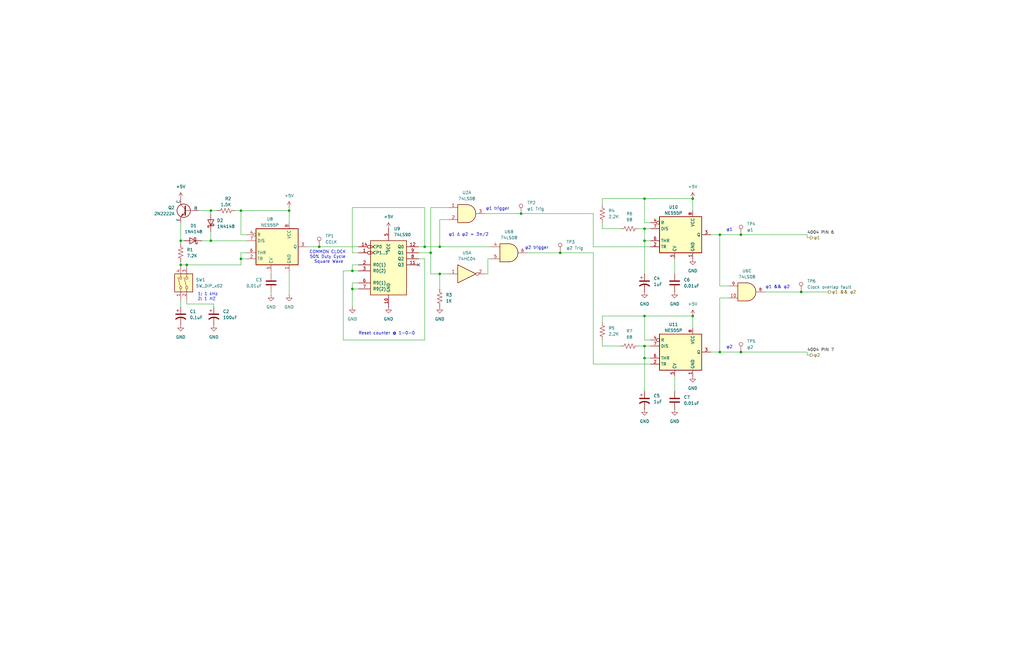
<source format=kicad_sch>
(kicad_sch (version 20231120) (generator "eeschema") (generator_version "8.0")
  (paper "B")
  (lib_symbols
    (symbol "74xx:74HC04"
      (property "Reference" "U" (at 0 1.27 0))
      (property "Value" "74HC04" (at 0 -1.27 0))
      (symbol "74HC04_1_0"
        (polyline (pts (xy -3.81 3.81) (xy -3.81 -3.81) (xy 3.81 0) (xy -3.81 3.81)) (stroke (width 0.254)) (fill (type background)))
        (pin input line (at -7.62 0 0) (length 3.81) (name "~") (number "1"))
        (pin output inverted (at 7.62 0 180) (length 3.81) (name "~") (number "2"))
      )
      (symbol "74HC04_2_0"
        (polyline (pts (xy -3.81 3.81) (xy -3.81 -3.81) (xy 3.81 0) (xy -3.81 3.81)) (stroke (width 0.254)) (fill (type background)))
        (pin input line (at -7.62 0 0) (length 3.81) (name "~") (number "3"))
        (pin output inverted (at 7.62 0 180) (length 3.81) (name "~") (number "4"))
      )
      (symbol "74HC04_3_0"
        (polyline (pts (xy -3.81 3.81) (xy -3.81 -3.81) (xy 3.81 0) (xy -3.81 3.81)) (stroke (width 0.254)) (fill (type background)))
        (pin input line (at -7.62 0 0) (length 3.81) (name "~") (number "5"))
        (pin output inverted (at 7.62 0 180) (length 3.81) (name "~") (number "6"))
      )
      (symbol "74HC04_4_0"
        (polyline (pts (xy -3.81 3.81) (xy -3.81 -3.81) (xy 3.81 0) (xy -3.81 3.81)) (stroke (width 0.254)) (fill (type background)))
        (pin output inverted (at 7.62 0 180) (length 3.81) (name "~") (number "8"))
        (pin input line (at -7.62 0 0) (length 3.81) (name "~") (number "9"))
      )
      (symbol "74HC04_5_0"
        (polyline (pts (xy -3.81 3.81) (xy -3.81 -3.81) (xy 3.81 0) (xy -3.81 3.81)) (stroke (width 0.254)) (fill (type background)))
        (pin output inverted (at 7.62 0 180) (length 3.81) (name "~") (number "10"))
        (pin input line (at -7.62 0 0) (length 3.81) (name "~") (number "11"))
      )
      (symbol "74HC04_6_0"
        (polyline (pts (xy -3.81 3.81) (xy -3.81 -3.81) (xy 3.81 0) (xy -3.81 3.81)) (stroke (width 0.254)) (fill (type background)))
        (pin output inverted (at 7.62 0 180) (length 3.81) (name "~") (number "12"))
        (pin input line (at -7.62 0 0) (length 3.81) (name "~") (number "13"))
      )
      (symbol "74HC04_7_0"
        (pin power_in line (at 0 12.7 270) (length 5.08) (name "VCC") (number "14"))
        (pin power_in line (at 0 -12.7 90) (length 5.08) (name "GND") (number "7"))
      )
      (symbol "74HC04_7_1"
        (rectangle (start -5.08 7.62) (end 5.08 -7.62) (stroke (width 0.254)) (fill (type background)))
      )
    )
    (symbol "74xx:74LS08" (pin_names (offset 1.016))
      (property "Reference" "U" (at 0 1.27 0))
      (property "Value" "74LS08" (at 0 -1.27 0))
      (symbol "74LS08_1_1"
        (arc (start 0 -3.81) (mid 3.7934 0) (end 0 3.81) (stroke (width 0.254)) (fill (type background)))
        (polyline (pts (xy 0 3.81) (xy -3.81 3.81) (xy -3.81 -3.81) (xy 0 -3.81)) (stroke (width 0.254)) (fill (type background)))
        (pin input line (at -7.62 2.54 0) (length 3.81) (name "~") (number "1"))
        (pin input line (at -7.62 -2.54 0) (length 3.81) (name "~") (number "2"))
        (pin output line (at 7.62 0 180) (length 3.81) (name "~") (number "3"))
      )
      (symbol "74LS08_1_2"
        (arc (start -3.81 -3.81) (mid -2.589 0) (end -3.81 3.81) (stroke (width 0.254)))
        (arc (start -0.6096 -3.81) (mid 2.1842 -2.5851) (end 3.81 0) (stroke (width 0.254)) (fill (type background)))
        (polyline (pts (xy -3.81 -3.81) (xy -0.635 -3.81)) (stroke (width 0.254)) (fill (type background)))
        (polyline (pts (xy -3.81 3.81) (xy -0.635 3.81)) (stroke (width 0.254)) (fill (type background)))
        (polyline (pts (xy -0.635 3.81) (xy -3.81 3.81) (xy -3.81 3.81) (xy -3.556 3.4036) (xy -3.0226 2.2606) (xy -2.6924 1.0414) (xy -2.6162 -0.254) (xy -2.7686 -1.4986) (xy -3.175 -2.7178) (xy -3.81 -3.81) (xy -3.81 -3.81) (xy -0.635 -3.81)) (stroke (width -25.4)) (fill (type background)))
        (arc (start 3.81 0) (mid 2.1915 2.5936) (end -0.6096 3.81) (stroke (width 0.254)) (fill (type background)))
        (pin input inverted (at -7.62 2.54 0) (length 4.318) (name "~") (number "1"))
        (pin input inverted (at -7.62 -2.54 0) (length 4.318) (name "~") (number "2"))
        (pin output inverted (at 7.62 0 180) (length 3.81) (name "~") (number "3"))
      )
      (symbol "74LS08_2_1"
        (arc (start 0 -3.81) (mid 3.7934 0) (end 0 3.81) (stroke (width 0.254)) (fill (type background)))
        (polyline (pts (xy 0 3.81) (xy -3.81 3.81) (xy -3.81 -3.81) (xy 0 -3.81)) (stroke (width 0.254)) (fill (type background)))
        (pin input line (at -7.62 2.54 0) (length 3.81) (name "~") (number "4"))
        (pin input line (at -7.62 -2.54 0) (length 3.81) (name "~") (number "5"))
        (pin output line (at 7.62 0 180) (length 3.81) (name "~") (number "6"))
      )
      (symbol "74LS08_2_2"
        (arc (start -3.81 -3.81) (mid -2.589 0) (end -3.81 3.81) (stroke (width 0.254)))
        (arc (start -0.6096 -3.81) (mid 2.1842 -2.5851) (end 3.81 0) (stroke (width 0.254)) (fill (type background)))
        (polyline (pts (xy -3.81 -3.81) (xy -0.635 -3.81)) (stroke (width 0.254)) (fill (type background)))
        (polyline (pts (xy -3.81 3.81) (xy -0.635 3.81)) (stroke (width 0.254)) (fill (type background)))
        (polyline (pts (xy -0.635 3.81) (xy -3.81 3.81) (xy -3.81 3.81) (xy -3.556 3.4036) (xy -3.0226 2.2606) (xy -2.6924 1.0414) (xy -2.6162 -0.254) (xy -2.7686 -1.4986) (xy -3.175 -2.7178) (xy -3.81 -3.81) (xy -3.81 -3.81) (xy -0.635 -3.81)) (stroke (width -25.4)) (fill (type background)))
        (arc (start 3.81 0) (mid 2.1915 2.5936) (end -0.6096 3.81) (stroke (width 0.254)) (fill (type background)))
        (pin input inverted (at -7.62 2.54 0) (length 4.318) (name "~") (number "4"))
        (pin input inverted (at -7.62 -2.54 0) (length 4.318) (name "~") (number "5"))
        (pin output inverted (at 7.62 0 180) (length 3.81) (name "~") (number "6"))
      )
      (symbol "74LS08_3_1"
        (arc (start 0 -3.81) (mid 3.7934 0) (end 0 3.81) (stroke (width 0.254)) (fill (type background)))
        (polyline (pts (xy 0 3.81) (xy -3.81 3.81) (xy -3.81 -3.81) (xy 0 -3.81)) (stroke (width 0.254)) (fill (type background)))
        (pin input line (at -7.62 -2.54 0) (length 3.81) (name "~") (number "10"))
        (pin output line (at 7.62 0 180) (length 3.81) (name "~") (number "8"))
        (pin input line (at -7.62 2.54 0) (length 3.81) (name "~") (number "9"))
      )
      (symbol "74LS08_3_2"
        (arc (start -3.81 -3.81) (mid -2.589 0) (end -3.81 3.81) (stroke (width 0.254)))
        (arc (start -0.6096 -3.81) (mid 2.1842 -2.5851) (end 3.81 0) (stroke (width 0.254)) (fill (type background)))
        (polyline (pts (xy -3.81 -3.81) (xy -0.635 -3.81)) (stroke (width 0.254)) (fill (type background)))
        (polyline (pts (xy -3.81 3.81) (xy -0.635 3.81)) (stroke (width 0.254)) (fill (type background)))
        (polyline (pts (xy -0.635 3.81) (xy -3.81 3.81) (xy -3.81 3.81) (xy -3.556 3.4036) (xy -3.0226 2.2606) (xy -2.6924 1.0414) (xy -2.6162 -0.254) (xy -2.7686 -1.4986) (xy -3.175 -2.7178) (xy -3.81 -3.81) (xy -3.81 -3.81) (xy -0.635 -3.81)) (stroke (width -25.4)) (fill (type background)))
        (arc (start 3.81 0) (mid 2.1915 2.5936) (end -0.6096 3.81) (stroke (width 0.254)) (fill (type background)))
        (pin input inverted (at -7.62 -2.54 0) (length 4.318) (name "~") (number "10"))
        (pin output inverted (at 7.62 0 180) (length 3.81) (name "~") (number "8"))
        (pin input inverted (at -7.62 2.54 0) (length 4.318) (name "~") (number "9"))
      )
      (symbol "74LS08_4_1"
        (arc (start 0 -3.81) (mid 3.7934 0) (end 0 3.81) (stroke (width 0.254)) (fill (type background)))
        (polyline (pts (xy 0 3.81) (xy -3.81 3.81) (xy -3.81 -3.81) (xy 0 -3.81)) (stroke (width 0.254)) (fill (type background)))
        (pin output line (at 7.62 0 180) (length 3.81) (name "~") (number "11"))
        (pin input line (at -7.62 2.54 0) (length 3.81) (name "~") (number "12"))
        (pin input line (at -7.62 -2.54 0) (length 3.81) (name "~") (number "13"))
      )
      (symbol "74LS08_4_2"
        (arc (start -3.81 -3.81) (mid -2.589 0) (end -3.81 3.81) (stroke (width 0.254)))
        (arc (start -0.6096 -3.81) (mid 2.1842 -2.5851) (end 3.81 0) (stroke (width 0.254)) (fill (type background)))
        (polyline (pts (xy -3.81 -3.81) (xy -0.635 -3.81)) (stroke (width 0.254)) (fill (type background)))
        (polyline (pts (xy -3.81 3.81) (xy -0.635 3.81)) (stroke (width 0.254)) (fill (type background)))
        (polyline (pts (xy -0.635 3.81) (xy -3.81 3.81) (xy -3.81 3.81) (xy -3.556 3.4036) (xy -3.0226 2.2606) (xy -2.6924 1.0414) (xy -2.6162 -0.254) (xy -2.7686 -1.4986) (xy -3.175 -2.7178) (xy -3.81 -3.81) (xy -3.81 -3.81) (xy -0.635 -3.81)) (stroke (width -25.4)) (fill (type background)))
        (arc (start 3.81 0) (mid 2.1915 2.5936) (end -0.6096 3.81) (stroke (width 0.254)) (fill (type background)))
        (pin output inverted (at 7.62 0 180) (length 3.81) (name "~") (number "11"))
        (pin input inverted (at -7.62 2.54 0) (length 4.318) (name "~") (number "12"))
        (pin input inverted (at -7.62 -2.54 0) (length 4.318) (name "~") (number "13"))
      )
      (symbol "74LS08_5_0"
        (pin power_in line (at 0 12.7 270) (length 5.08) (name "VCC") (number "14"))
        (pin power_in line (at 0 -12.7 90) (length 5.08) (name "GND") (number "7"))
      )
      (symbol "74LS08_5_1"
        (rectangle (start -5.08 7.62) (end 5.08 -7.62) (stroke (width 0.254)) (fill (type background)))
      )
    )
    (symbol "74xx:74LS90" (pin_names (offset 1.016))
      (property "Reference" "U" (at -7.62 11.43 0))
      (property "Value" "74LS90" (at -7.62 -13.97 0))
      (symbol "74LS90_1_0"
        (pin input inverted_clock (at -12.7 5.08 0) (length 5.08) (name "CP1..3") (number "1"))
        (pin power_in line (at 0 -17.78 90) (length 5.08) (name "GND") (number "10"))
        (pin output line (at 12.7 0 180) (length 5.08) (name "Q3") (number "11"))
        (pin output line (at 12.7 7.62 180) (length 5.08) (name "Q0") (number "12"))
        (pin input inverted_clock (at -12.7 7.62 0) (length 5.08) (name "CP0") (number "14"))
        (pin input line (at -12.7 0 0) (length 5.08) (name "R0(1)") (number "2"))
        (pin input line (at -12.7 -2.54 0) (length 5.08) (name "R0(2)") (number "3"))
        (pin power_in line (at 0 15.24 270) (length 5.08) (name "VCC") (number "5"))
        (pin input line (at -12.7 -7.62 0) (length 5.08) (name "R9(1)") (number "6"))
        (pin input line (at -12.7 -10.16 0) (length 5.08) (name "R9(2)") (number "7"))
        (pin output line (at 12.7 2.54 180) (length 5.08) (name "Q2") (number "8"))
        (pin output line (at 12.7 5.08 180) (length 5.08) (name "Q1") (number "9"))
      )
      (symbol "74LS90_1_1"
        (rectangle (start -7.62 10.16) (end 7.62 -12.7) (stroke (width 0.254)) (fill (type background)))
      )
    )
    (symbol "Connector:TestPoint" (pin_numbers hide) (pin_names (offset 0.762) hide)
      (property "Reference" "TP" (at 0 6.858 0))
      (property "Value" "TestPoint" (at 0 5.08 0))
      (symbol "TestPoint_0_1"
        (circle (center 0 3.302) (radius 0.762))
      )
      (symbol "TestPoint_1_1"
        (pin passive line (at 0 0 90) (length 2.54) (name "1") (number "1"))
      )
    )
    (symbol "CourseyLib:NE555P (ASTABLE)"
      (property "Reference" "U" (at -10.16 8.89 0))
      (property "Value" "NE555P" (at 2.54 8.89 0))
      (symbol "NE555P (ASTABLE)_0_0"
        (pin power_in line (at 5.08 -10.16 90) (length 2.54) (name "GND") (number "1"))
        (pin power_in line (at 5.08 10.16 270) (length 2.54) (name "VCC") (number "8"))
      )
      (symbol "NE555P (ASTABLE)_0_1"
        (rectangle (start -8.89 -7.62) (end 8.89 7.62) (stroke (width 0.254)) (fill (type background)))
        (rectangle (start -8.89 -7.62) (end 8.89 7.62) (stroke (width 0.254)) (fill (type background)))
      )
      (symbol "NE555P (ASTABLE)_1_1"
        (pin input line (at -12.7 -5.08 0) (length 3.81) (name "TR") (number "2"))
        (pin output line (at 12.7 0 180) (length 3.81) (name "Q") (number "3"))
        (pin input inverted (at -12.7 5.08 0) (length 3.81) (name "R") (number "4"))
        (pin input line (at -2.54 -10.16 90) (length 2.54) (name "CV") (number "5"))
        (pin input line (at -12.7 -2.54 0) (length 3.81) (name "THR") (number "6"))
        (pin input line (at -12.7 2.54 0) (length 3.81) (name "DIS") (number "7"))
      )
    )
    (symbol "Device:C" (pin_numbers hide) (pin_names (offset 0.254))
      (property "Reference" "C" (at 0.635 2.54 0))
      (property "Value" "C" (at 0.635 -2.54 0))
      (symbol "C_0_1"
        (polyline (pts (xy -2.032 -0.762) (xy 2.032 -0.762)) (stroke (width 0.508)))
        (polyline (pts (xy -2.032 0.762) (xy 2.032 0.762)) (stroke (width 0.508)))
      )
      (symbol "C_1_1"
        (pin passive line (at 0 3.81 270) (length 2.794) (name "~") (number "1"))
        (pin passive line (at 0 -3.81 90) (length 2.794) (name "~") (number "2"))
      )
    )
    (symbol "Device:C_Polarized_US" (pin_numbers hide) (pin_names (offset 0.254) hide)
      (property "Reference" "C" (at 0.635 2.54 0))
      (property "Value" "C_Polarized_US" (at 0.635 -2.54 0))
      (symbol "C_Polarized_US_0_1"
        (polyline (pts (xy -2.032 0.762) (xy 2.032 0.762)) (stroke (width 0.508)))
        (polyline (pts (xy -1.778 2.286) (xy -0.762 2.286)))
        (polyline (pts (xy -1.27 1.778) (xy -1.27 2.794)))
        (arc (start 2.032 -1.27) (mid 0 -0.5572) (end -2.032 -1.27) (stroke (width 0.508)))
      )
      (symbol "C_Polarized_US_1_1"
        (pin passive line (at 0 3.81 270) (length 2.794) (name "~") (number "1"))
        (pin passive line (at 0 -3.81 90) (length 3.302) (name "~") (number "2"))
      )
    )
    (symbol "Device:D_Schottky" (pin_numbers hide) (pin_names (offset 1.016) hide)
      (property "Reference" "D" (at 0 2.54 0))
      (property "Value" "D_Schottky" (at 0 -2.54 0))
      (symbol "D_Schottky_0_1"
        (polyline (pts (xy 1.27 0) (xy -1.27 0)))
        (polyline (pts (xy 1.27 1.27) (xy 1.27 -1.27) (xy -1.27 0) (xy 1.27 1.27)) (stroke (width 0.254)))
        (polyline (pts (xy -1.905 0.635) (xy -1.905 1.27) (xy -1.27 1.27) (xy -1.27 -1.27) (xy -0.635 -1.27) (xy -0.635 -0.635)) (stroke (width 0.254)))
      )
      (symbol "D_Schottky_1_1"
        (pin passive line (at -3.81 0 0) (length 2.54) (name "K") (number "1"))
        (pin passive line (at 3.81 0 180) (length 2.54) (name "A") (number "2"))
      )
    )
    (symbol "Device:R_US" (pin_numbers hide) (pin_names (offset 0))
      (property "Reference" "R" (at 2.54 0 90))
      (property "Value" "R_US" (at -2.54 0 90))
      (symbol "R_US_0_1"
        (polyline (pts (xy 0 -2.286) (xy 0 -2.54)))
        (polyline (pts (xy 0 2.286) (xy 0 2.54)))
        (polyline (pts (xy 0 -0.762) (xy 1.016 -1.143) (xy 0 -1.524) (xy -1.016 -1.905) (xy 0 -2.286)))
        (polyline (pts (xy 0 0.762) (xy 1.016 0.381) (xy 0 0) (xy -1.016 -0.381) (xy 0 -0.762)))
        (polyline (pts (xy 0 2.286) (xy 1.016 1.905) (xy 0 1.524) (xy -1.016 1.143) (xy 0 0.762)))
      )
      (symbol "R_US_1_1"
        (pin passive line (at 0 3.81 270) (length 1.27) (name "~") (number "1"))
        (pin passive line (at 0 -3.81 90) (length 1.27) (name "~") (number "2"))
      )
    )
    (symbol "Simulation_SPICE:NPN" (pin_numbers hide) (pin_names (offset 0))
      (property "Reference" "Q" (at -2.54 7.62 0))
      (property "Value" "NPN" (at -2.54 5.08 0))
      (symbol "NPN_0_1"
        (polyline (pts (xy -2.54 0) (xy 0.635 0)) (stroke (width 0.1524)))
        (polyline (pts (xy 0.635 0.635) (xy 2.54 2.54)))
        (polyline (pts (xy 2.794 -1.27) (xy 2.794 -1.27)) (stroke (width 0.1524)))
        (polyline (pts (xy 2.794 -1.27) (xy 2.794 -1.27)) (stroke (width 0.1524)))
        (polyline (pts (xy 0.635 -0.635) (xy 2.54 -2.54) (xy 2.54 -2.54)))
        (polyline (pts (xy 0.635 1.905) (xy 0.635 -1.905) (xy 0.635 -1.905)) (stroke (width 0.508)))
        (polyline (pts (xy 1.27 -1.778) (xy 1.778 -1.27) (xy 2.286 -2.286) (xy 1.27 -1.778) (xy 1.27 -1.778)) (fill (type outline)))
        (circle (center 1.27 0) (radius 2.8194) (stroke (width 0.254)))
      )
      (symbol "NPN_1_1"
        (pin open_collector line (at 2.54 5.08 270) (length 2.54) (name "C") (number "1"))
        (pin input line (at -5.08 0 0) (length 2.54) (name "B") (number "2"))
        (pin open_emitter line (at 2.54 -5.08 90) (length 2.54) (name "E") (number "3"))
      )
    )
    (symbol "Switch:SW_DIP_x02" (pin_names (offset 0) hide)
      (property "Reference" "SW" (at 0 6.35 0))
      (property "Value" "SW_DIP_x02" (at 0 -3.81 0))
      (symbol "SW_DIP_x02_0_0"
        (circle (center -2.032 0) (radius 0.508))
        (circle (center -2.032 2.54) (radius 0.508))
        (polyline (pts (xy -1.524 0.127) (xy 2.3622 1.1684)))
        (polyline (pts (xy -1.524 2.667) (xy 2.3622 3.7084)))
        (circle (center 2.032 0) (radius 0.508))
        (circle (center 2.032 2.54) (radius 0.508))
      )
      (symbol "SW_DIP_x02_0_1"
        (rectangle (start -3.81 5.08) (end 3.81 -2.54) (stroke (width 0.254)) (fill (type background)))
      )
      (symbol "SW_DIP_x02_1_1"
        (pin passive line (at -7.62 2.54 0) (length 5.08) (name "~") (number "1"))
        (pin passive line (at -7.62 0 0) (length 5.08) (name "~") (number "2"))
        (pin passive line (at 7.62 0 180) (length 5.08) (name "~") (number "3"))
        (pin passive line (at 7.62 2.54 180) (length 5.08) (name "~") (number "4"))
      )
    )
    (symbol "power:+5V" (power) (pin_numbers hide) (pin_names (offset 0) hide)
      (property "Value" "+5V" (at 0 3.556 0))
      (symbol "+5V_0_1"
        (polyline (pts (xy -0.762 1.27) (xy 0 2.54)))
        (polyline (pts (xy 0 0) (xy 0 2.54)))
        (polyline (pts (xy 0 2.54) (xy 0.762 1.27)))
      )
      (symbol "+5V_1_1"
        (pin power_in line (at 0 0 90) (length 0) (name "~") (number "1"))
      )
    )
    (symbol "power:GND" (power) (pin_numbers hide) (pin_names (offset 0) hide)
      (property "Value" "GND" (at 0 -3.81 0))
      (symbol "GND_0_1"
        (polyline (pts (xy 0 0) (xy 0 -1.27) (xy 1.27 -1.27) (xy 0 -2.54) (xy -1.27 -1.27) (xy 0 -1.27)))
      )
      (symbol "GND_1_1"
        (pin power_in line (at 0 0 270) (length 0) (name "~") (number "1"))
      )
    )
  )
  (junction (at 179.07 104.14))
  (junction (at 134.62 104.14))
  (junction (at 312.42 99.06))
  (junction (at 219.71 90.17))
  (junction (at 271.78 83.82))
  (junction (at 271.78 101.6))
  (junction (at 292.1 133.35))
  (junction (at 76.2 111.76))
  (junction (at 185.42 104.14))
  (junction (at 76.2 101.6))
  (junction (at 236.22 106.68))
  (junction (at 303.53 148.59))
  (junction (at 101.6 88.9))
  (junction (at 185.42 115.57))
  (junction (at 181.61 106.68))
  (junction (at 271.78 151.13))
  (junction (at 271.78 133.35))
  (junction (at 101.6 109.22))
  (junction (at 292.1 83.82))
  (junction (at 88.9 101.6))
  (junction (at 148.59 114.3))
  (junction (at 271.78 96.52))
  (junction (at 303.53 99.06))
  (junction (at 121.92 88.9))
  (junction (at 271.78 146.05))
  (junction (at 148.59 121.92))
  (junction (at 337.82 123.19))
  (junction (at 78.74 111.76))
  (junction (at 312.42 148.59))
  (junction (at 88.9 88.9))
  (no_connect (at 176.53 111.76))
  (wire (pts (xy 101.6 109.22) (xy 104.14 109.22)))
  (wire (pts (xy 101.6 88.9) (xy 121.92 88.9)))
  (wire (pts (xy 303.53 125.73) (xy 303.53 148.59)))
  (wire (pts (xy 181.61 115.57) (xy 185.42 115.57)))
  (wire (pts (xy 148.59 121.92) (xy 148.59 119.38)))
  (wire (pts (xy 284.48 109.22) (xy 284.48 115.57)))
  (wire (pts (xy 322.58 123.19) (xy 337.82 123.19)))
  (wire (pts (xy 77.47 101.6) (xy 76.2 101.6)))
  (wire (pts (xy 337.82 123.19) (xy 349.25 123.19)))
  (wire (pts (xy 148.59 111.76) (xy 148.59 114.3)))
  (wire (pts (xy 83.82 88.9) (xy 88.9 88.9)))
  (wire (pts (xy 88.9 88.9) (xy 91.44 88.9)))
  (wire (pts (xy 307.34 125.73) (xy 303.53 125.73)))
  (wire (pts (xy 76.2 101.6) (xy 76.2 102.87)))
  (wire (pts (xy 271.78 143.51) (xy 274.32 143.51)))
  (wire (pts (xy 250.19 153.67) (xy 274.32 153.67)))
  (wire (pts (xy 254 146.05) (xy 254 143.51)))
  (wire (pts (xy 76.2 127) (xy 76.2 129.54)))
  (wire (pts (xy 271.78 96.52) (xy 271.78 101.6)))
  (wire (pts (xy 179.07 109.22) (xy 179.07 143.51)))
  (wire (pts (xy 101.6 111.76) (xy 101.6 109.22)))
  (wire (pts (xy 179.07 143.51) (xy 144.78 143.51)))
  (wire (pts (xy 88.9 101.6) (xy 88.9 97.79)))
  (wire (pts (xy 121.92 114.3) (xy 121.92 124.46)))
  (wire (pts (xy 76.2 110.49) (xy 76.2 111.76)))
  (wire (pts (xy 185.42 92.71) (xy 185.42 104.14)))
  (wire (pts (xy 176.53 109.22) (xy 179.07 109.22)))
  (wire (pts (xy 134.62 104.14) (xy 151.13 104.14)))
  (wire (pts (xy 148.59 121.92) (xy 151.13 121.92)))
  (wire (pts (xy 148.59 114.3) (xy 151.13 114.3)))
  (wire (pts (xy 254 133.35) (xy 271.78 133.35)))
  (wire (pts (xy 299.72 99.06) (xy 303.53 99.06)))
  (wire (pts (xy 129.54 104.14) (xy 134.62 104.14)))
  (wire (pts (xy 312.42 99.06) (xy 340.36 99.06)))
  (wire (pts (xy 303.53 148.59) (xy 312.42 148.59)))
  (wire (pts (xy 341.63 100.33) (xy 340.36 100.33)))
  (wire (pts (xy 236.22 106.68) (xy 250.19 106.68)))
  (wire (pts (xy 312.42 148.59) (xy 340.36 148.59)))
  (wire (pts (xy 181.61 106.68) (xy 181.61 115.57)))
  (wire (pts (xy 189.23 87.63) (xy 181.61 87.63)))
  (wire (pts (xy 271.78 93.98) (xy 274.32 93.98)))
  (wire (pts (xy 144.78 114.3) (xy 144.78 143.51)))
  (wire (pts (xy 179.07 104.14) (xy 176.53 104.14)))
  (wire (pts (xy 271.78 146.05) (xy 271.78 151.13)))
  (wire (pts (xy 179.07 104.14) (xy 185.42 104.14)))
  (wire (pts (xy 78.74 111.76) (xy 101.6 111.76)))
  (wire (pts (xy 250.19 90.17) (xy 250.19 104.14)))
  (wire (pts (xy 254 83.82) (xy 271.78 83.82)))
  (wire (pts (xy 90.17 128.27) (xy 78.74 128.27)))
  (wire (pts (xy 271.78 151.13) (xy 274.32 151.13)))
  (wire (pts (xy 101.6 99.06) (xy 101.6 88.9)))
  (wire (pts (xy 121.92 88.9) (xy 121.92 93.98)))
  (wire (pts (xy 78.74 128.27) (xy 78.74 127)))
  (wire (pts (xy 148.59 106.68) (xy 148.59 87.63)))
  (wire (pts (xy 284.48 158.75) (xy 284.48 165.1)))
  (wire (pts (xy 299.72 148.59) (xy 303.53 148.59)))
  (wire (pts (xy 219.71 90.17) (xy 250.19 90.17)))
  (wire (pts (xy 88.9 88.9) (xy 88.9 90.17)))
  (wire (pts (xy 185.42 104.14) (xy 207.01 104.14)))
  (wire (pts (xy 181.61 87.63) (xy 181.61 106.68)))
  (wire (pts (xy 99.06 88.9) (xy 101.6 88.9)))
  (wire (pts (xy 274.32 96.52) (xy 271.78 96.52)))
  (wire (pts (xy 205.74 115.57) (xy 205.74 109.22)))
  (wire (pts (xy 269.24 96.52) (xy 271.78 96.52)))
  (wire (pts (xy 292.1 138.43) (xy 292.1 133.35)))
  (wire (pts (xy 104.14 106.68) (xy 101.6 106.68)))
  (wire (pts (xy 261.62 146.05) (xy 254 146.05)))
  (wire (pts (xy 144.78 114.3) (xy 148.59 114.3)))
  (wire (pts (xy 104.14 101.6) (xy 88.9 101.6)))
  (wire (pts (xy 250.19 106.68) (xy 250.19 153.67)))
  (wire (pts (xy 101.6 106.68) (xy 101.6 109.22)))
  (wire (pts (xy 148.59 119.38) (xy 151.13 119.38)))
  (wire (pts (xy 271.78 83.82) (xy 292.1 83.82)))
  (wire (pts (xy 341.63 149.86) (xy 340.36 149.86)))
  (wire (pts (xy 271.78 101.6) (xy 271.78 115.57)))
  (wire (pts (xy 179.07 87.63) (xy 179.07 104.14)))
  (wire (pts (xy 148.59 129.54) (xy 148.59 121.92)))
  (wire (pts (xy 292.1 88.9) (xy 292.1 83.82)))
  (wire (pts (xy 148.59 111.76) (xy 151.13 111.76)))
  (wire (pts (xy 303.53 120.65) (xy 303.53 99.06)))
  (wire (pts (xy 76.2 101.6) (xy 76.2 93.98)))
  (wire (pts (xy 114.3 123.19) (xy 114.3 124.46)))
  (wire (pts (xy 185.42 115.57) (xy 185.42 121.92)))
  (wire (pts (xy 222.25 106.68) (xy 236.22 106.68)))
  (wire (pts (xy 85.09 101.6) (xy 88.9 101.6)))
  (wire (pts (xy 90.17 129.54) (xy 90.17 128.27)))
  (wire (pts (xy 76.2 111.76) (xy 78.74 111.76)))
  (wire (pts (xy 205.74 109.22) (xy 207.01 109.22)))
  (wire (pts (xy 176.53 106.68) (xy 181.61 106.68)))
  (wire (pts (xy 271.78 101.6) (xy 274.32 101.6)))
  (wire (pts (xy 303.53 99.06) (xy 312.42 99.06)))
  (wire (pts (xy 148.59 87.63) (xy 179.07 87.63)))
  (wire (pts (xy 185.42 115.57) (xy 189.23 115.57)))
  (wire (pts (xy 340.36 100.33) (xy 340.36 99.06)))
  (wire (pts (xy 254 86.36) (xy 254 83.82)))
  (wire (pts (xy 114.3 115.57) (xy 114.3 114.3)))
  (wire (pts (xy 204.47 90.17) (xy 219.71 90.17)))
  (wire (pts (xy 307.34 120.65) (xy 303.53 120.65)))
  (wire (pts (xy 254 135.89) (xy 254 133.35)))
  (wire (pts (xy 271.78 133.35) (xy 292.1 133.35)))
  (wire (pts (xy 269.24 146.05) (xy 271.78 146.05)))
  (wire (pts (xy 189.23 92.71) (xy 185.42 92.71)))
  (wire (pts (xy 104.14 99.06) (xy 101.6 99.06)))
  (wire (pts (xy 261.62 96.52) (xy 254 96.52)))
  (wire (pts (xy 254 96.52) (xy 254 93.98)))
  (wire (pts (xy 151.13 106.68) (xy 148.59 106.68)))
  (wire (pts (xy 274.32 146.05) (xy 271.78 146.05)))
  (wire (pts (xy 250.19 104.14) (xy 274.32 104.14)))
  (wire (pts (xy 271.78 93.98) (xy 271.78 83.82)))
  (wire (pts (xy 205.74 115.57) (xy 204.47 115.57)))
  (wire (pts (xy 340.36 149.86) (xy 340.36 148.59)))
  (wire (pts (xy 271.78 151.13) (xy 271.78 165.1)))
  (wire (pts (xy 271.78 143.51) (xy 271.78 133.35)))
  (wire (pts (xy 121.92 87.63) (xy 121.92 88.9)))
  (text "COMMON CLOCK" (at 138.176 106.426 0) (effects (font (size 1.27 1.27))))
  (text "φ1" (at 307.594 97.028 0) (effects (font (size 1.27 1.27))))
  (text "1: 1 kHz\n2: 1 HZ " (at 87.63 125.222 0) (effects (font (size 1.27 1.27))))
  (text "φ1 Δ φ2 = 3π/2" (at 197.612 99.06 0) (effects (font (size 1.27 1.27))))
  (text "Reset counter @ 1-0-0\n" (at 163.068 140.716 0) (effects (font (size 1.27 1.27))))
  (text "φ1 trigger" (at 209.804 88.138 0) (effects (font (size 1.27 1.27))))
  (text "φ2" (at 307.594 146.558 0) (effects (font (size 1.27 1.27))))
  (text "φ2 trigger" (at 226.314 104.648 0) (effects (font (size 1.27 1.27))))
  (text "φ1 && φ2" (at 327.914 121.158 0) (effects (font (size 1.27 1.27))))
  (text "50% Duty Cycle\n Square Wave" (at 138.176 109.474 0) (effects (font (size 1.27 1.27))))
  (label "4004 PIN 6" (at 340.36 99.06 0))
  (label "4004 PIN 7" (at 340.36 148.59 0))
  (hierarchical_label "φ2" (shape output) (at 341.63 149.86 0))
  (hierarchical_label "φ1 && φ2" (shape output) (at 349.25 123.19 0))
  (hierarchical_label "φ1" (shape output) (at 341.63 100.33 0))
  (symbol (lib_id "Device:C_Polarized_US") (at 90.17 133.35 0) (unit 1)
    (property "Reference" "C2" (at 93.98 131.4449 0) (effects (justify left)))
    (property "Value" "100uF" (at 93.98 133.9849 0) (effects (justify left)))
    (property "Description" "Polarized capacitor, US symbol" (effects (hide yes)))
  )
  (symbol (lib_id "power:+5V") (at 163.83 96.52 0) (unit 1)
    (property "Reference" "#PWR08" (effects (hide yes)))
    (property "Value" "+5V" (at 163.83 91.44 0))
    (property "Description" "Power symbol creates a global label with name \"+5V\"" (effects (hide yes)))
  )
  (symbol (lib_id "74xx:74LS08") (at 196.85 90.17 0) (unit 1)
    (property "Reference" "U2" (at 196.8417 81.28 0))
    (property "Value" "74LS08" (at 196.8417 83.82 0))
    (property "Datasheet" "http://www.ti.com/lit/gpn/sn74LS08" (effects (hide yes)))
    (property "Description" "Quad And2" (effects (hide yes)))
  )
  (symbol (lib_id "Device:C") (at 284.48 168.91 0) (mirror y) (unit 1)
    (property "Reference" "C7" (at 288.29 167.6399 0) (effects (justify right)))
    (property "Value" "0.01uF" (at 288.29 170.1799 0) (effects (justify right)))
    (property "Description" "Unpolarized capacitor" (effects (hide yes)))
  )
  (symbol (lib_id "power:GND") (at 271.78 123.19 0) (unit 1)
    (property "Reference" "#PWR011" (effects (hide yes)))
    (property "Value" "GND" (at 271.78 128.27 0))
    (property "Description" "Power symbol creates a global label with name \"GND\" , ground" (effects (hide yes)))
  )
  (symbol (lib_id "Connector:TestPoint") (at 236.22 106.68 0) (unit 1)
    (property "Reference" "TP3" (at 238.76 102.1079 0) (effects (justify left)))
    (property "Value" "φ2 Trig" (at 238.76 104.6479 0) (effects (justify left)))
    (property "Description" "test point" (effects (hide yes)))
  )
  (symbol (lib_id "Switch:SW_DIP_x02") (at 78.74 119.38 90) (unit 1)
    (property "Reference" "SW1" (at 82.55 118.1099 90) (effects (justify right)))
    (property "Value" "SW_DIP_x02" (at 82.55 120.6499 90) (effects (justify right)))
    (property "Description" "2x DIP Switch, Single Pole Single Throw (SPST) switch, small symbol" (effects (hide yes)))
  )
  (symbol (lib_id "Device:R_US") (at 254 90.17 0) (unit 1)
    (property "Reference" "R4" (at 256.54 88.8999 0) (effects (justify left)))
    (property "Value" "2.2K" (at 256.54 91.4399 0) (effects (justify left)))
    (property "Description" "Resistor, US symbol" (effects (hide yes)))
  )
  (symbol (lib_id "Simulation_SPICE:NPN") (at 78.74 88.9 0) (mirror y) (unit 1)
    (property "Reference" "Q2" (at 73.66 87.6299 0) (effects (justify left)))
    (property "Value" "2N2222A" (at 73.66 90.1699 0) (effects (justify left)))
    (property "Datasheet" "https://ngspice.sourceforge.io/docs/ngspice-html-manual/manual.xhtml#cha_BJTs" (effects (hide yes)))
    (property "Description" "Bipolar transistor symbol for simulation only, substrate tied to the emitter" (effects (hide yes)))
    (property "Sim.Device" "NPN" (effects (hide yes)))
    (property "Sim.Type" "GUMMELPOON" (effects (hide yes)))
    (property "Sim.Pins" "1=C 2=B 3=E" (effects (hide yes)))
  )
  (symbol (lib_id "power:GND") (at 284.48 172.72 0) (mirror y) (unit 1)
    (property "Reference" "#PWR014" (effects (hide yes)))
    (property "Value" "GND" (at 284.48 177.8 0))
    (property "Description" "Power symbol creates a global label with name \"GND\" , ground" (effects (hide yes)))
  )
  (symbol (lib_id "Connector:TestPoint") (at 219.71 90.17 0) (unit 1)
    (property "Reference" "TP2" (at 222.25 85.5979 0) (effects (justify left)))
    (property "Value" "φ1 Trig" (at 222.25 88.1379 0) (effects (justify left)))
    (property "Description" "test point" (effects (hide yes)))
  )
  (symbol (lib_id "Connector:TestPoint") (at 312.42 99.06 0) (unit 1)
    (property "Reference" "TP4" (at 314.96 94.4879 0) (effects (justify left)))
    (property "Value" "φ1" (at 314.96 97.0279 0) (effects (justify left)))
    (property "Description" "test point" (effects (hide yes)))
  )
  (symbol (lib_id "power:GND") (at 76.2 137.16 0) (unit 1)
    (property "Reference" "#PWR02" (effects (hide yes)))
    (property "Value" "GND" (at 76.2 142.24 0))
    (property "Description" "Power symbol creates a global label with name \"GND\" , ground" (effects (hide yes)))
  )
  (symbol (lib_id "power:+5V") (at 292.1 83.82 0) (unit 1)
    (property "Reference" "#PWR015" (effects (hide yes)))
    (property "Value" "+5V" (at 292.1 78.74 0))
    (property "Description" "Power symbol creates a global label with name \"+5V\"" (effects (hide yes)))
  )
  (symbol (lib_id "power:GND") (at 121.92 124.46 0) (unit 1)
    (property "Reference" "#PWR06" (effects (hide yes)))
    (property "Value" "GND" (at 121.92 129.54 0))
    (property "Description" "Power symbol creates a global label with name \"GND\" , ground" (effects (hide yes)))
  )
  (symbol (lib_id "Device:C_Polarized_US") (at 271.78 119.38 0) (unit 1)
    (property "Reference" "C4" (at 275.59 117.4749 0) (effects (justify left)))
    (property "Value" "1uF" (at 275.59 120.0149 0) (effects (justify left)))
    (property "Description" "Polarized capacitor, US symbol" (effects (hide yes)))
  )
  (symbol (lib_id "Device:R_US") (at 76.2 106.68 0) (unit 1)
    (property "Reference" "R1" (at 78.74 105.4099 0) (effects (justify left)))
    (property "Value" "7.2K" (at 78.74 107.9499 0) (effects (justify left)))
    (property "Description" "Resistor, US symbol" (effects (hide yes)))
  )
  (symbol (lib_id "Device:R_US") (at 254 139.7 0) (unit 1)
    (property "Reference" "R5" (at 256.54 138.4299 0) (effects (justify left)))
    (property "Value" "2.2K" (at 256.54 140.9699 0) (effects (justify left)))
    (property "Description" "Resistor, US symbol" (effects (hide yes)))
  )
  (symbol (lib_id "Device:C_Polarized_US") (at 271.78 168.91 0) (unit 1)
    (property "Reference" "C5" (at 275.59 167.0049 0) (effects (justify left)))
    (property "Value" "1uF" (at 275.59 169.5449 0) (effects (justify left)))
    (property "Description" "Polarized capacitor, US symbol" (effects (hide yes)))
  )
  (symbol (lib_id "74xx:74LS08") (at 314.96 123.19 0) (unit 3)
    (property "Reference" "U6" (at 314.9517 114.3 0))
    (property "Value" "74LS08" (at 314.9517 116.84 0))
    (property "Datasheet" "http://www.ti.com/lit/gpn/sn74LS08" (effects (hide yes)))
    (property "Description" "Quad And2" (effects (hide yes)))
  )
  (symbol (lib_id "power:GND") (at 284.48 123.19 0) (mirror y) (unit 1)
    (property "Reference" "#PWR013" (effects (hide yes)))
    (property "Value" "GND" (at 284.48 128.27 0))
    (property "Description" "Power symbol creates a global label with name \"GND\" , ground" (effects (hide yes)))
  )
  (symbol (lib_id "power:GND") (at 163.83 129.54 0) (unit 1)
    (property "Reference" "#PWR09" (effects (hide yes)))
    (property "Value" "GND" (at 163.83 134.62 0))
    (property "Description" "Power symbol creates a global label with name \"GND\" , ground" (effects (hide yes)))
  )
  (symbol (lib_id "74xx:74HC04") (at 196.85 115.57 0) (unit 1)
    (property "Reference" "U5" (at 196.85 106.68 0))
    (property "Value" "74HC04" (at 196.85 109.22 0))
    (property "Datasheet" "https://assets.nexperia.com/documents/data-sheet/74HC_HCT04.pdf" (effects (hide yes)))
    (property "Description" "Hex Inverter" (effects (hide yes)))
  )
  (symbol (lib_id "74xx:74LS90") (at 163.83 111.76 0) (unit 1)
    (property "Reference" "U9" (at 166.0241 96.52 0) (effects (justify left)))
    (property "Value" "74LS90" (at 166.0241 99.06 0) (effects (justify left)))
    (property "Datasheet" "http://www.ti.com/lit/gpn/sn74LS90" (effects (hide yes)))
    (property "Description" "BCD Counter ( div 2 & div 5 )" (effects (hide yes)))
  )
  (symbol (lib_id "Device:D_Schottky") (at 81.28 101.6 180) (unit 1)
    (property "Reference" "D1" (at 81.5975 95.25 0))
    (property "Value" "1N4148" (at 81.5975 97.79 0))
    (property "Description" "Schottky diode" (effects (hide yes)))
  )
  (symbol (lib_id "74xx:74LS08") (at 214.63 106.68 0) (unit 2)
    (property "Reference" "U6" (at 214.6217 97.79 0))
    (property "Value" "74LS08" (at 214.6217 100.33 0))
    (property "Datasheet" "http://www.ti.com/lit/gpn/sn74LS08" (effects (hide yes)))
    (property "Description" "Quad And2" (effects (hide yes)))
  )
  (symbol (lib_id "power:+5V") (at 292.1 133.35 0) (unit 1)
    (property "Reference" "#PWR017" (effects (hide yes)))
    (property "Value" "+5V" (at 292.1 128.27 0))
    (property "Description" "Power symbol creates a global label with name \"+5V\"" (effects (hide yes)))
  )
  (symbol (lib_id "Device:D_Schottky") (at 88.9 93.98 90) (unit 1)
    (property "Reference" "D2" (at 91.44 93.0274 90) (effects (justify right)))
    (property "Value" "1N4148" (at 91.44 95.5674 90) (effects (justify right)))
    (property "Description" "Schottky diode" (effects (hide yes)))
  )
  (symbol (lib_id "Device:R_US") (at 265.43 96.52 90) (unit 1)
    (property "Reference" "R6" (at 265.43 90.17 90))
    (property "Value" "68" (at 265.43 92.71 90))
    (property "Description" "Resistor, US symbol" (effects (hide yes)))
  )
  (symbol (lib_id "CourseyLib:NE555P (ASTABLE)") (at 287.02 148.59 0) (unit 1)
    (property "Reference" "U11" (at 283.972 136.906 0))
    (property "Value" "NE555P" (at 283.972 139.446 0))
    (property "Footprint" "Package_DIP:DIP-8_W7.62mm" (effects (hide yes)))
    (property "Datasheet" "http://www.ti.com/lit/ds/symlink/ne555.pdf" (effects (hide yes)))
    (property "Description" "Precision Timers, 555 compatible,  PDIP-8" (effects (hide yes)))
  )
  (symbol (lib_id "Device:R_US") (at 185.42 125.73 0) (unit 1)
    (property "Reference" "R3" (at 187.96 124.4599 0) (effects (justify left)))
    (property "Value" "1K" (at 187.96 126.9999 0) (effects (justify left)))
    (property "Description" "Resistor, US symbol" (effects (hide yes)))
  )
  (symbol (lib_id "power:GND") (at 90.17 137.16 0) (unit 1)
    (property "Reference" "#PWR03" (effects (hide yes)))
    (property "Value" "GND" (at 90.17 142.24 0))
    (property "Description" "Power symbol creates a global label with name \"GND\" , ground" (effects (hide yes)))
  )
  (symbol (lib_id "Device:C_Polarized_US") (at 76.2 133.35 0) (unit 1)
    (property "Reference" "C1" (at 80.01 131.4449 0) (effects (justify left)))
    (property "Value" "0.1uF" (at 80.01 133.9849 0) (effects (justify left)))
    (property "Description" "Polarized capacitor, US symbol" (effects (hide yes)))
  )
  (symbol (lib_id "power:GND") (at 114.3 124.46 0) (unit 1)
    (property "Reference" "#PWR04" (effects (hide yes)))
    (property "Value" "GND" (at 114.3 129.54 0))
    (property "Description" "Power symbol creates a global label with name \"GND\" , ground" (effects (hide yes)))
  )
  (symbol (lib_id "power:GND") (at 185.42 129.54 0) (unit 1)
    (property "Reference" "#PWR010" (effects (hide yes)))
    (property "Value" "GND" (at 185.42 134.62 0))
    (property "Description" "Power symbol creates a global label with name \"GND\" , ground" (effects (hide yes)))
  )
  (symbol (lib_id "power:GND") (at 292.1 158.75 0) (unit 1)
    (property "Reference" "#PWR018" (effects (hide yes)))
    (property "Value" "GND" (at 292.1 163.83 0))
    (property "Description" "Power symbol creates a global label with name \"GND\" , ground" (effects (hide yes)))
  )
  (symbol (lib_id "Device:R_US") (at 265.43 146.05 90) (unit 1)
    (property "Reference" "R7" (at 265.43 139.7 90))
    (property "Value" "68" (at 265.43 142.24 90))
    (property "Description" "Resistor, US symbol" (effects (hide yes)))
  )
  (symbol (lib_id "Device:C") (at 114.3 119.38 0) (unit 1)
    (property "Reference" "C3" (at 110.49 118.1099 0) (effects (justify right)))
    (property "Value" "0.01uF" (at 110.49 120.6499 0) (effects (justify right)))
    (property "Description" "Unpolarized capacitor" (effects (hide yes)))
  )
  (symbol (lib_id "power:+5V") (at 76.2 83.82 0) (unit 1)
    (property "Reference" "#PWR01" (effects (hide yes)))
    (property "Value" "+5V" (at 76.2 78.74 0))
    (property "Description" "Power symbol creates a global label with name \"+5V\"" (effects (hide yes)))
  )
  (symbol (lib_id "Connector:TestPoint") (at 312.42 148.59 0) (unit 1)
    (property "Reference" "TP5" (at 314.96 144.0179 0) (effects (justify left)))
    (property "Value" "φ2" (at 314.96 146.5579 0) (effects (justify left)))
    (property "Description" "test point" (effects (hide yes)))
  )
  (symbol (lib_id "power:GND") (at 271.78 172.72 0) (unit 1)
    (property "Reference" "#PWR012" (effects (hide yes)))
    (property "Value" "GND" (at 271.78 177.8 0))
    (property "Description" "Power symbol creates a global label with name \"GND\" , ground" (effects (hide yes)))
  )
  (symbol (lib_id "power:GND") (at 292.1 109.22 0) (unit 1)
    (property "Reference" "#PWR016" (effects (hide yes)))
    (property "Value" "GND" (at 292.1 114.3 0))
    (property "Description" "Power symbol creates a global label with name \"GND\" , ground" (effects (hide yes)))
  )
  (symbol (lib_id "CourseyLib:NE555P (ASTABLE)") (at 116.84 104.14 0) (unit 1)
    (property "Reference" "U8" (at 113.792 92.456 0))
    (property "Value" "NE555P" (at 113.792 94.996 0))
    (property "Footprint" "Package_DIP:DIP-8_W7.62mm" (effects (hide yes)))
    (property "Datasheet" "http://www.ti.com/lit/ds/symlink/ne555.pdf" (effects (hide yes)))
    (property "Description" "Precision Timers, 555 compatible,  PDIP-8" (effects (hide yes)))
  )
  (symbol (lib_id "Connector:TestPoint") (at 337.82 123.19 0) (unit 1)
    (property "Reference" "TP6" (at 340.36 118.6179 0) (effects (justify left)))
    (property "Value" "Clock overlap fault" (at 340.36 121.1579 0) (effects (justify left)))
    (property "Description" "test point" (effects (hide yes)))
  )
  (symbol (lib_id "power:+5V") (at 121.92 87.63 0) (unit 1)
    (property "Reference" "#PWR05" (effects (hide yes)))
    (property "Value" "+5V" (at 121.92 82.55 0))
    (property "Description" "Power symbol creates a global label with name \"+5V\"" (effects (hide yes)))
  )
  (symbol (lib_id "power:GND") (at 148.59 129.54 0) (unit 1)
    (property "Reference" "#PWR07" (effects (hide yes)))
    (property "Value" "GND" (at 148.59 134.62 0))
    (property "Description" "Power symbol creates a global label with name \"GND\" , ground" (effects (hide yes)))
  )
  (symbol (lib_id "Device:C") (at 284.48 119.38 0) (mirror y) (unit 1)
    (property "Reference" "C6" (at 288.29 118.1099 0) (effects (justify right)))
    (property "Value" "0.01uF" (at 288.29 120.6499 0) (effects (justify right)))
    (property "Description" "Unpolarized capacitor" (effects (hide yes)))
  )
  (symbol (lib_id "Connector:TestPoint") (at 134.62 104.14 0) (unit 1)
    (property "Reference" "TP1" (at 137.16 99.5679 0) (effects (justify left)))
    (property "Value" "CCLK" (at 137.16 102.1079 0) (effects (justify left)))
    (property "Description" "test point" (effects (hide yes)))
  )
  (symbol (lib_id "CourseyLib:NE555P (ASTABLE)") (at 287.02 99.06 0) (unit 1)
    (property "Reference" "U10" (at 283.972 87.376 0))
    (property "Value" "NE555P" (at 283.972 89.916 0))
    (property "Footprint" "Package_DIP:DIP-8_W7.62mm" (effects (hide yes)))
    (property "Datasheet" "http://www.ti.com/lit/ds/symlink/ne555.pdf" (effects (hide yes)))
    (property "Description" "Precision Timers, 555 compatible,  PDIP-8" (effects (hide yes)))
  )
  (symbol (lib_id "Device:R_US") (at 95.25 88.9 90) (unit 1)
    (property "Reference" "R2" (at 97.536 83.82 90) (effects (justify left)))
    (property "Value" "1.5K" (at 97.536 86.36 90) (effects (justify left)))
    (property "Description" "Resistor, US symbol" (effects (hide yes)))
  )
)
</source>
